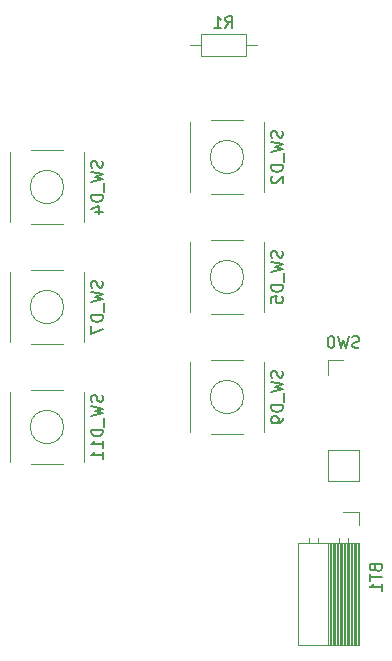
<source format=gbo>
%TF.GenerationSoftware,KiCad,Pcbnew,(5.1.12)-1*%
%TF.CreationDate,2022-02-13T14:19:26+09:00*%
%TF.ProjectId,IRButton,49524275-7474-46f6-9e2e-6b696361645f,rev?*%
%TF.SameCoordinates,Original*%
%TF.FileFunction,Legend,Bot*%
%TF.FilePolarity,Positive*%
%FSLAX46Y46*%
G04 Gerber Fmt 4.6, Leading zero omitted, Abs format (unit mm)*
G04 Created by KiCad (PCBNEW (5.1.12)-1) date 2022-02-13 14:19:26*
%MOMM*%
%LPD*%
G01*
G04 APERTURE LIST*
%ADD10C,0.120000*%
%ADD11C,0.150000*%
G04 APERTURE END LIST*
D10*
%TO.C,SW0*%
X72390000Y-107890000D02*
X71060000Y-107890000D01*
X71060000Y-107890000D02*
X71060000Y-109220000D01*
X71060000Y-115570000D02*
X71060000Y-118170000D01*
X73720000Y-118170000D02*
X71060000Y-118170000D01*
X73720000Y-115570000D02*
X73720000Y-118170000D01*
X73720000Y-115570000D02*
X71060000Y-115570000D01*
%TO.C,R1*%
X59360000Y-81280000D02*
X60310000Y-81280000D01*
X65100000Y-81280000D02*
X64150000Y-81280000D01*
X60310000Y-80360000D02*
X64150000Y-80360000D01*
X60310000Y-82200000D02*
X60310000Y-80360000D01*
X64150000Y-82200000D02*
X60310000Y-82200000D01*
X64150000Y-80360000D02*
X64150000Y-82200000D01*
%TO.C,SW_D5*%
X63934214Y-100890000D02*
G75*
G03*
X63934214Y-100890000I-1414214J0D01*
G01*
X59400000Y-103860000D02*
X59400000Y-97920000D01*
X65640000Y-103860000D02*
X65640000Y-97920000D01*
X61180000Y-104010000D02*
X63860000Y-104010000D01*
X63860000Y-97770000D02*
X61180000Y-97770000D01*
%TO.C,SW_D7*%
X48620000Y-100310000D02*
X45940000Y-100310000D01*
X45940000Y-106550000D02*
X48620000Y-106550000D01*
X50400000Y-106400000D02*
X50400000Y-100460000D01*
X44160000Y-106400000D02*
X44160000Y-100460000D01*
X48694214Y-103430000D02*
G75*
G03*
X48694214Y-103430000I-1414214J0D01*
G01*
%TO.C,SW_D9*%
X63934214Y-111050000D02*
G75*
G03*
X63934214Y-111050000I-1414214J0D01*
G01*
X59400000Y-114020000D02*
X59400000Y-108080000D01*
X65640000Y-114020000D02*
X65640000Y-108080000D01*
X61180000Y-114170000D02*
X63860000Y-114170000D01*
X63860000Y-107930000D02*
X61180000Y-107930000D01*
%TO.C,SW_D2*%
X63934214Y-90730000D02*
G75*
G03*
X63934214Y-90730000I-1414214J0D01*
G01*
X59400000Y-93700000D02*
X59400000Y-87760000D01*
X65640000Y-93700000D02*
X65640000Y-87760000D01*
X61180000Y-93850000D02*
X63860000Y-93850000D01*
X63860000Y-87610000D02*
X61180000Y-87610000D01*
%TO.C,SW_D11*%
X48620000Y-110470000D02*
X45940000Y-110470000D01*
X45940000Y-116710000D02*
X48620000Y-116710000D01*
X50400000Y-116560000D02*
X50400000Y-110620000D01*
X44160000Y-116560000D02*
X44160000Y-110620000D01*
X48694214Y-113590000D02*
G75*
G03*
X48694214Y-113590000I-1414214J0D01*
G01*
%TO.C,SW_D4*%
X48620000Y-90150000D02*
X45940000Y-90150000D01*
X45940000Y-96390000D02*
X48620000Y-96390000D01*
X50400000Y-96240000D02*
X50400000Y-90300000D01*
X44160000Y-96240000D02*
X44160000Y-90300000D01*
X48694214Y-93270000D02*
G75*
G03*
X48694214Y-93270000I-1414214J0D01*
G01*
%TO.C,BT1*%
X73720000Y-121920000D02*
X73720000Y-120810000D01*
X73720000Y-120810000D02*
X72390000Y-120810000D01*
X73720000Y-132010000D02*
X68520000Y-132010000D01*
X68520000Y-132010000D02*
X68520000Y-123380000D01*
X73720000Y-123380000D02*
X68520000Y-123380000D01*
X73720000Y-132010000D02*
X73720000Y-123380000D01*
X71120000Y-132010000D02*
X71120000Y-123380000D01*
X69490000Y-123380000D02*
X69490000Y-122970000D01*
X70210000Y-123380000D02*
X70210000Y-122970000D01*
X72030000Y-123380000D02*
X72030000Y-123030000D01*
X72750000Y-123380000D02*
X72750000Y-123030000D01*
X71238100Y-132010000D02*
X71238100Y-123380000D01*
X71356195Y-132010000D02*
X71356195Y-123380000D01*
X71474290Y-132010000D02*
X71474290Y-123380000D01*
X71592385Y-132010000D02*
X71592385Y-123380000D01*
X71710480Y-132010000D02*
X71710480Y-123380000D01*
X71828575Y-132010000D02*
X71828575Y-123380000D01*
X71946670Y-132010000D02*
X71946670Y-123380000D01*
X72064765Y-132010000D02*
X72064765Y-123380000D01*
X72182860Y-132010000D02*
X72182860Y-123380000D01*
X72300955Y-132010000D02*
X72300955Y-123380000D01*
X72419050Y-132010000D02*
X72419050Y-123380000D01*
X72537145Y-132010000D02*
X72537145Y-123380000D01*
X72655240Y-132010000D02*
X72655240Y-123380000D01*
X72773335Y-132010000D02*
X72773335Y-123380000D01*
X72891430Y-132010000D02*
X72891430Y-123380000D01*
X73009525Y-132010000D02*
X73009525Y-123380000D01*
X73127620Y-132010000D02*
X73127620Y-123380000D01*
X73245715Y-132010000D02*
X73245715Y-123380000D01*
X73363810Y-132010000D02*
X73363810Y-123380000D01*
X73481905Y-132010000D02*
X73481905Y-123380000D01*
X73600000Y-132010000D02*
X73600000Y-123380000D01*
%TO.C,SW0*%
D11*
X73723333Y-106854761D02*
X73580476Y-106902380D01*
X73342380Y-106902380D01*
X73247142Y-106854761D01*
X73199523Y-106807142D01*
X73151904Y-106711904D01*
X73151904Y-106616666D01*
X73199523Y-106521428D01*
X73247142Y-106473809D01*
X73342380Y-106426190D01*
X73532857Y-106378571D01*
X73628095Y-106330952D01*
X73675714Y-106283333D01*
X73723333Y-106188095D01*
X73723333Y-106092857D01*
X73675714Y-105997619D01*
X73628095Y-105950000D01*
X73532857Y-105902380D01*
X73294761Y-105902380D01*
X73151904Y-105950000D01*
X72818571Y-105902380D02*
X72580476Y-106902380D01*
X72390000Y-106188095D01*
X72199523Y-106902380D01*
X71961428Y-105902380D01*
X71390000Y-105902380D02*
X71294761Y-105902380D01*
X71199523Y-105950000D01*
X71151904Y-105997619D01*
X71104285Y-106092857D01*
X71056666Y-106283333D01*
X71056666Y-106521428D01*
X71104285Y-106711904D01*
X71151904Y-106807142D01*
X71199523Y-106854761D01*
X71294761Y-106902380D01*
X71390000Y-106902380D01*
X71485238Y-106854761D01*
X71532857Y-106807142D01*
X71580476Y-106711904D01*
X71628095Y-106521428D01*
X71628095Y-106283333D01*
X71580476Y-106092857D01*
X71532857Y-105997619D01*
X71485238Y-105950000D01*
X71390000Y-105902380D01*
%TO.C,R1*%
X62396666Y-79812380D02*
X62730000Y-79336190D01*
X62968095Y-79812380D02*
X62968095Y-78812380D01*
X62587142Y-78812380D01*
X62491904Y-78860000D01*
X62444285Y-78907619D01*
X62396666Y-79002857D01*
X62396666Y-79145714D01*
X62444285Y-79240952D01*
X62491904Y-79288571D01*
X62587142Y-79336190D01*
X62968095Y-79336190D01*
X61444285Y-79812380D02*
X62015714Y-79812380D01*
X61730000Y-79812380D02*
X61730000Y-78812380D01*
X61825238Y-78955238D01*
X61920476Y-79050476D01*
X62015714Y-79098095D01*
%TO.C,SW_D5*%
X67224761Y-98675714D02*
X67272380Y-98818571D01*
X67272380Y-99056666D01*
X67224761Y-99151904D01*
X67177142Y-99199523D01*
X67081904Y-99247142D01*
X66986666Y-99247142D01*
X66891428Y-99199523D01*
X66843809Y-99151904D01*
X66796190Y-99056666D01*
X66748571Y-98866190D01*
X66700952Y-98770952D01*
X66653333Y-98723333D01*
X66558095Y-98675714D01*
X66462857Y-98675714D01*
X66367619Y-98723333D01*
X66320000Y-98770952D01*
X66272380Y-98866190D01*
X66272380Y-99104285D01*
X66320000Y-99247142D01*
X66272380Y-99580476D02*
X67272380Y-99818571D01*
X66558095Y-100009047D01*
X67272380Y-100199523D01*
X66272380Y-100437619D01*
X67367619Y-100580476D02*
X67367619Y-101342380D01*
X67272380Y-101580476D02*
X66272380Y-101580476D01*
X66272380Y-101818571D01*
X66320000Y-101961428D01*
X66415238Y-102056666D01*
X66510476Y-102104285D01*
X66700952Y-102151904D01*
X66843809Y-102151904D01*
X67034285Y-102104285D01*
X67129523Y-102056666D01*
X67224761Y-101961428D01*
X67272380Y-101818571D01*
X67272380Y-101580476D01*
X66272380Y-103056666D02*
X66272380Y-102580476D01*
X66748571Y-102532857D01*
X66700952Y-102580476D01*
X66653333Y-102675714D01*
X66653333Y-102913809D01*
X66700952Y-103009047D01*
X66748571Y-103056666D01*
X66843809Y-103104285D01*
X67081904Y-103104285D01*
X67177142Y-103056666D01*
X67224761Y-103009047D01*
X67272380Y-102913809D01*
X67272380Y-102675714D01*
X67224761Y-102580476D01*
X67177142Y-102532857D01*
%TO.C,SW_D7*%
X51984761Y-101215714D02*
X52032380Y-101358571D01*
X52032380Y-101596666D01*
X51984761Y-101691904D01*
X51937142Y-101739523D01*
X51841904Y-101787142D01*
X51746666Y-101787142D01*
X51651428Y-101739523D01*
X51603809Y-101691904D01*
X51556190Y-101596666D01*
X51508571Y-101406190D01*
X51460952Y-101310952D01*
X51413333Y-101263333D01*
X51318095Y-101215714D01*
X51222857Y-101215714D01*
X51127619Y-101263333D01*
X51080000Y-101310952D01*
X51032380Y-101406190D01*
X51032380Y-101644285D01*
X51080000Y-101787142D01*
X51032380Y-102120476D02*
X52032380Y-102358571D01*
X51318095Y-102549047D01*
X52032380Y-102739523D01*
X51032380Y-102977619D01*
X52127619Y-103120476D02*
X52127619Y-103882380D01*
X52032380Y-104120476D02*
X51032380Y-104120476D01*
X51032380Y-104358571D01*
X51080000Y-104501428D01*
X51175238Y-104596666D01*
X51270476Y-104644285D01*
X51460952Y-104691904D01*
X51603809Y-104691904D01*
X51794285Y-104644285D01*
X51889523Y-104596666D01*
X51984761Y-104501428D01*
X52032380Y-104358571D01*
X52032380Y-104120476D01*
X51032380Y-105025238D02*
X51032380Y-105691904D01*
X52032380Y-105263333D01*
%TO.C,SW_D9*%
X67224761Y-108835714D02*
X67272380Y-108978571D01*
X67272380Y-109216666D01*
X67224761Y-109311904D01*
X67177142Y-109359523D01*
X67081904Y-109407142D01*
X66986666Y-109407142D01*
X66891428Y-109359523D01*
X66843809Y-109311904D01*
X66796190Y-109216666D01*
X66748571Y-109026190D01*
X66700952Y-108930952D01*
X66653333Y-108883333D01*
X66558095Y-108835714D01*
X66462857Y-108835714D01*
X66367619Y-108883333D01*
X66320000Y-108930952D01*
X66272380Y-109026190D01*
X66272380Y-109264285D01*
X66320000Y-109407142D01*
X66272380Y-109740476D02*
X67272380Y-109978571D01*
X66558095Y-110169047D01*
X67272380Y-110359523D01*
X66272380Y-110597619D01*
X67367619Y-110740476D02*
X67367619Y-111502380D01*
X67272380Y-111740476D02*
X66272380Y-111740476D01*
X66272380Y-111978571D01*
X66320000Y-112121428D01*
X66415238Y-112216666D01*
X66510476Y-112264285D01*
X66700952Y-112311904D01*
X66843809Y-112311904D01*
X67034285Y-112264285D01*
X67129523Y-112216666D01*
X67224761Y-112121428D01*
X67272380Y-111978571D01*
X67272380Y-111740476D01*
X67272380Y-112788095D02*
X67272380Y-112978571D01*
X67224761Y-113073809D01*
X67177142Y-113121428D01*
X67034285Y-113216666D01*
X66843809Y-113264285D01*
X66462857Y-113264285D01*
X66367619Y-113216666D01*
X66320000Y-113169047D01*
X66272380Y-113073809D01*
X66272380Y-112883333D01*
X66320000Y-112788095D01*
X66367619Y-112740476D01*
X66462857Y-112692857D01*
X66700952Y-112692857D01*
X66796190Y-112740476D01*
X66843809Y-112788095D01*
X66891428Y-112883333D01*
X66891428Y-113073809D01*
X66843809Y-113169047D01*
X66796190Y-113216666D01*
X66700952Y-113264285D01*
%TO.C,SW_D2*%
X67224761Y-88515714D02*
X67272380Y-88658571D01*
X67272380Y-88896666D01*
X67224761Y-88991904D01*
X67177142Y-89039523D01*
X67081904Y-89087142D01*
X66986666Y-89087142D01*
X66891428Y-89039523D01*
X66843809Y-88991904D01*
X66796190Y-88896666D01*
X66748571Y-88706190D01*
X66700952Y-88610952D01*
X66653333Y-88563333D01*
X66558095Y-88515714D01*
X66462857Y-88515714D01*
X66367619Y-88563333D01*
X66320000Y-88610952D01*
X66272380Y-88706190D01*
X66272380Y-88944285D01*
X66320000Y-89087142D01*
X66272380Y-89420476D02*
X67272380Y-89658571D01*
X66558095Y-89849047D01*
X67272380Y-90039523D01*
X66272380Y-90277619D01*
X67367619Y-90420476D02*
X67367619Y-91182380D01*
X67272380Y-91420476D02*
X66272380Y-91420476D01*
X66272380Y-91658571D01*
X66320000Y-91801428D01*
X66415238Y-91896666D01*
X66510476Y-91944285D01*
X66700952Y-91991904D01*
X66843809Y-91991904D01*
X67034285Y-91944285D01*
X67129523Y-91896666D01*
X67224761Y-91801428D01*
X67272380Y-91658571D01*
X67272380Y-91420476D01*
X66367619Y-92372857D02*
X66320000Y-92420476D01*
X66272380Y-92515714D01*
X66272380Y-92753809D01*
X66320000Y-92849047D01*
X66367619Y-92896666D01*
X66462857Y-92944285D01*
X66558095Y-92944285D01*
X66700952Y-92896666D01*
X67272380Y-92325238D01*
X67272380Y-92944285D01*
%TO.C,SW_D11*%
X51984761Y-110899523D02*
X52032380Y-111042380D01*
X52032380Y-111280476D01*
X51984761Y-111375714D01*
X51937142Y-111423333D01*
X51841904Y-111470952D01*
X51746666Y-111470952D01*
X51651428Y-111423333D01*
X51603809Y-111375714D01*
X51556190Y-111280476D01*
X51508571Y-111090000D01*
X51460952Y-110994761D01*
X51413333Y-110947142D01*
X51318095Y-110899523D01*
X51222857Y-110899523D01*
X51127619Y-110947142D01*
X51080000Y-110994761D01*
X51032380Y-111090000D01*
X51032380Y-111328095D01*
X51080000Y-111470952D01*
X51032380Y-111804285D02*
X52032380Y-112042380D01*
X51318095Y-112232857D01*
X52032380Y-112423333D01*
X51032380Y-112661428D01*
X52127619Y-112804285D02*
X52127619Y-113566190D01*
X52032380Y-113804285D02*
X51032380Y-113804285D01*
X51032380Y-114042380D01*
X51080000Y-114185238D01*
X51175238Y-114280476D01*
X51270476Y-114328095D01*
X51460952Y-114375714D01*
X51603809Y-114375714D01*
X51794285Y-114328095D01*
X51889523Y-114280476D01*
X51984761Y-114185238D01*
X52032380Y-114042380D01*
X52032380Y-113804285D01*
X52032380Y-115328095D02*
X52032380Y-114756666D01*
X52032380Y-115042380D02*
X51032380Y-115042380D01*
X51175238Y-114947142D01*
X51270476Y-114851904D01*
X51318095Y-114756666D01*
X52032380Y-116280476D02*
X52032380Y-115709047D01*
X52032380Y-115994761D02*
X51032380Y-115994761D01*
X51175238Y-115899523D01*
X51270476Y-115804285D01*
X51318095Y-115709047D01*
%TO.C,SW_D4*%
X51984761Y-91055714D02*
X52032380Y-91198571D01*
X52032380Y-91436666D01*
X51984761Y-91531904D01*
X51937142Y-91579523D01*
X51841904Y-91627142D01*
X51746666Y-91627142D01*
X51651428Y-91579523D01*
X51603809Y-91531904D01*
X51556190Y-91436666D01*
X51508571Y-91246190D01*
X51460952Y-91150952D01*
X51413333Y-91103333D01*
X51318095Y-91055714D01*
X51222857Y-91055714D01*
X51127619Y-91103333D01*
X51080000Y-91150952D01*
X51032380Y-91246190D01*
X51032380Y-91484285D01*
X51080000Y-91627142D01*
X51032380Y-91960476D02*
X52032380Y-92198571D01*
X51318095Y-92389047D01*
X52032380Y-92579523D01*
X51032380Y-92817619D01*
X52127619Y-92960476D02*
X52127619Y-93722380D01*
X52032380Y-93960476D02*
X51032380Y-93960476D01*
X51032380Y-94198571D01*
X51080000Y-94341428D01*
X51175238Y-94436666D01*
X51270476Y-94484285D01*
X51460952Y-94531904D01*
X51603809Y-94531904D01*
X51794285Y-94484285D01*
X51889523Y-94436666D01*
X51984761Y-94341428D01*
X52032380Y-94198571D01*
X52032380Y-93960476D01*
X51365714Y-95389047D02*
X52032380Y-95389047D01*
X50984761Y-95150952D02*
X51699047Y-94912857D01*
X51699047Y-95531904D01*
%TO.C,BT1*%
X75088571Y-125514285D02*
X75136190Y-125657142D01*
X75183809Y-125704761D01*
X75279047Y-125752380D01*
X75421904Y-125752380D01*
X75517142Y-125704761D01*
X75564761Y-125657142D01*
X75612380Y-125561904D01*
X75612380Y-125180952D01*
X74612380Y-125180952D01*
X74612380Y-125514285D01*
X74660000Y-125609523D01*
X74707619Y-125657142D01*
X74802857Y-125704761D01*
X74898095Y-125704761D01*
X74993333Y-125657142D01*
X75040952Y-125609523D01*
X75088571Y-125514285D01*
X75088571Y-125180952D01*
X74612380Y-126038095D02*
X74612380Y-126609523D01*
X75612380Y-126323809D02*
X74612380Y-126323809D01*
X75612380Y-127466666D02*
X75612380Y-126895238D01*
X75612380Y-127180952D02*
X74612380Y-127180952D01*
X74755238Y-127085714D01*
X74850476Y-126990476D01*
X74898095Y-126895238D01*
%TD*%
M02*

</source>
